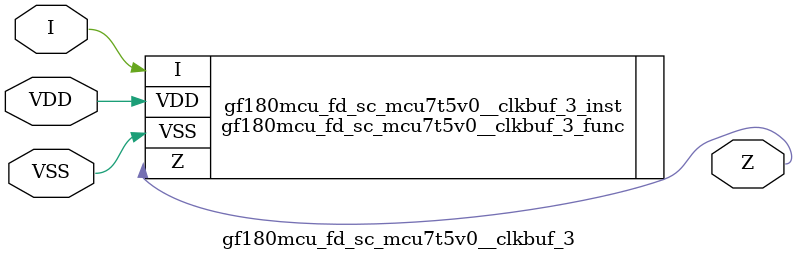
<source format=v>

module gf180mcu_fd_sc_mcu7t5v0__clkbuf_3( I, Z, VDD, VSS );
input I;
inout VDD, VSS;
output Z;

   `ifdef FUNCTIONAL  //  functional //

	gf180mcu_fd_sc_mcu7t5v0__clkbuf_3_func gf180mcu_fd_sc_mcu7t5v0__clkbuf_3_behav_inst(.I(I),.Z(Z),.VDD(VDD),.VSS(VSS));

   `else

	gf180mcu_fd_sc_mcu7t5v0__clkbuf_3_func gf180mcu_fd_sc_mcu7t5v0__clkbuf_3_inst(.I(I),.Z(Z),.VDD(VDD),.VSS(VSS));

	// spec_gates_begin


	// spec_gates_end



   specify

	// specify_block_begin

	// comb arc I --> Z
	 (I => Z) = (1.0,1.0);

	// specify_block_end

   endspecify

   `endif

endmodule

</source>
